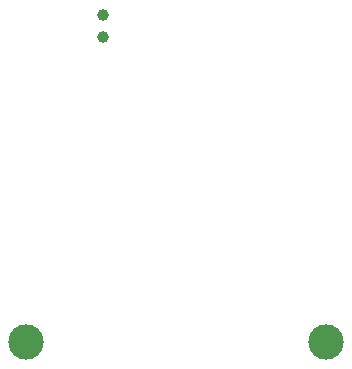
<source format=gbr>
G04 #@! TF.GenerationSoftware,KiCad,Pcbnew,(5.1.2)-2*
G04 #@! TF.CreationDate,2019-10-10T00:04:00-05:00*
G04 #@! TF.ProjectId,MillingTest,4d696c6c-696e-4675-9465-73742e6b6963,rev?*
G04 #@! TF.SameCoordinates,Original*
G04 #@! TF.FileFunction,Copper,L2,Bot*
G04 #@! TF.FilePolarity,Positive*
%FSLAX46Y46*%
G04 Gerber Fmt 4.6, Leading zero omitted, Abs format (unit mm)*
G04 Created by KiCad (PCBNEW (5.1.2)-2) date 2019-10-10 00:04:00*
%MOMM*%
%LPD*%
G04 APERTURE LIST*
%ADD10C,1.000000*%
%ADD11C,3.000000*%
G04 APERTURE END LIST*
D10*
X174670000Y-68180000D03*
X174670000Y-66280000D03*
D11*
X193520000Y-94030000D03*
X168120000Y-94030000D03*
M02*

</source>
